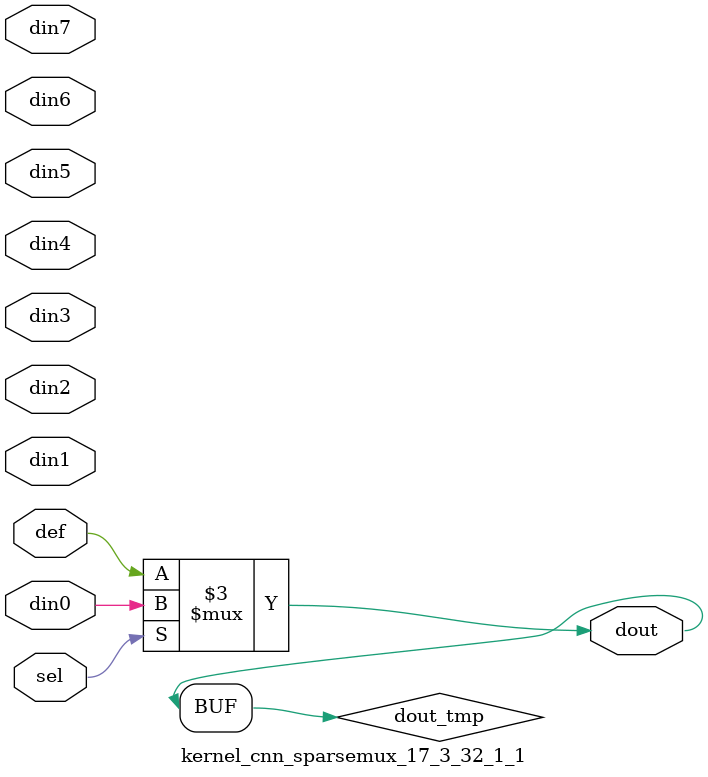
<source format=v>
`timescale 1ns / 1ps

module kernel_cnn_sparsemux_17_3_32_1_1 (din0,din1,din2,din3,din4,din5,din6,din7,def,sel,dout);

parameter din0_WIDTH = 1;

parameter din1_WIDTH = 1;

parameter din2_WIDTH = 1;

parameter din3_WIDTH = 1;

parameter din4_WIDTH = 1;

parameter din5_WIDTH = 1;

parameter din6_WIDTH = 1;

parameter din7_WIDTH = 1;

parameter def_WIDTH = 1;
parameter sel_WIDTH = 1;
parameter dout_WIDTH = 1;

parameter [sel_WIDTH-1:0] CASE0 = 1;

parameter [sel_WIDTH-1:0] CASE1 = 1;

parameter [sel_WIDTH-1:0] CASE2 = 1;

parameter [sel_WIDTH-1:0] CASE3 = 1;

parameter [sel_WIDTH-1:0] CASE4 = 1;

parameter [sel_WIDTH-1:0] CASE5 = 1;

parameter [sel_WIDTH-1:0] CASE6 = 1;

parameter [sel_WIDTH-1:0] CASE7 = 1;

parameter ID = 1;
parameter NUM_STAGE = 1;



input [din0_WIDTH-1:0] din0;

input [din1_WIDTH-1:0] din1;

input [din2_WIDTH-1:0] din2;

input [din3_WIDTH-1:0] din3;

input [din4_WIDTH-1:0] din4;

input [din5_WIDTH-1:0] din5;

input [din6_WIDTH-1:0] din6;

input [din7_WIDTH-1:0] din7;

input [def_WIDTH-1:0] def;
input [sel_WIDTH-1:0] sel;

output [dout_WIDTH-1:0] dout;



reg [dout_WIDTH-1:0] dout_tmp;

always @ (*) begin
case (sel)
    
    CASE0 : dout_tmp = din0;
    
    CASE1 : dout_tmp = din1;
    
    CASE2 : dout_tmp = din2;
    
    CASE3 : dout_tmp = din3;
    
    CASE4 : dout_tmp = din4;
    
    CASE5 : dout_tmp = din5;
    
    CASE6 : dout_tmp = din6;
    
    CASE7 : dout_tmp = din7;
    
    default : dout_tmp = def;
endcase
end


assign dout = dout_tmp;



endmodule

</source>
